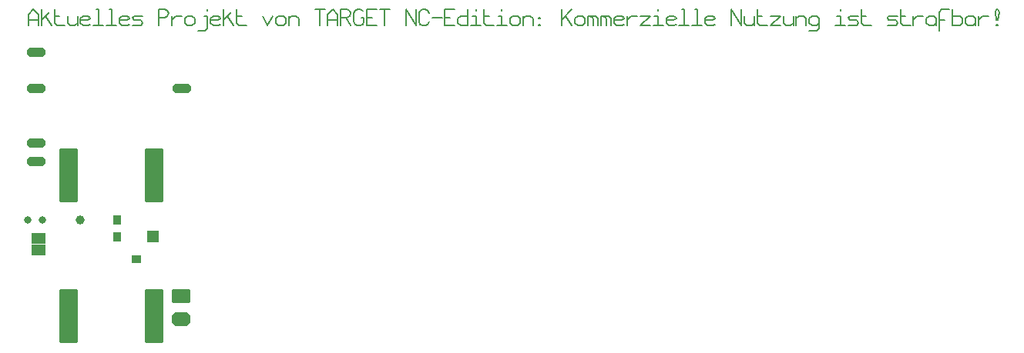
<source format=gbs>
%FSLAX35Y35*%
%MOIN*%
%TF.FileFunction,Soldermask,Bot*%
%ADD10C,0.00591*%
%ADD11C,0.00214*%
%ADD12C,0.00384*%
%ADD13C,0.00409*%
%ADD14C,0.00512*%
%ADD15C,0.00650*%
%ADD16C,0.00768*%
%ADD17C,0.01181*%
%ADD18C,0.01575*%
%ADD19C,0.01969*%
%ADD20C,0.02362*%
%ADD21C,0.03150*%
%ADD22C,0.03937*%
%AMR_23*21,1,0.03200,0.03800,0,0,90.000*%
%ADD23R_23*%
%AMR_24*21,1,0.03200,0.03800,0,0,180.000*%
%ADD24R_24*%
%AMR_25*21,1,0.04409,0.06299,0,0,90.000*%
%ADD25R_25*%
%AMR_26*21,1,0.05000,0.05000,0,0,180.000*%
%ADD26R_26*%
%AMR_27*21,1,0.07874,0.09449,0,0,90.000*%
%ADD27R_27*%
%AMR_28*21,1,0.19685,0.19685,0,0,0.000*%
%ADD28R_28*%
%AMOCT_29*4,1,8,0.031496,0.023622,0.015748,0.039370,-0.015748,0.039370,-0.031496,0.023622,-0.031496,-0.023622,-0.015748,-0.039370,0.015748,-0.039370,0.031496,-0.023622,0.031496,0.023622,270.000*%
%ADD29OCT_29*%
%AMOCT_30*4,1,8,0.039370,0.009843,0.029528,0.019685,-0.029528,0.019685,-0.039370,0.009843,-0.039370,-0.009843,-0.029528,-0.019685,0.029528,-0.019685,0.039370,-0.009843,0.039370,0.009843,0.000*%
%ADD30OCT_30*%
%AMOCT_31*4,1,8,0.039370,0.009843,0.029528,0.019685,-0.029528,0.019685,-0.039370,0.009843,-0.039370,-0.009843,-0.029528,-0.019685,0.029528,-0.019685,0.039370,-0.009843,0.039370,0.009843,90.000*%
%ADD31OCT_31*%
%ADD32O,0.02559X0.04173*%
%AMRR_33*21,1,0.02559,0.03661,0,0,180.000*21,1,0.02047,0.04173,0,0,180.000*1,1,0.00512,-0.01024,-0.01831*1,1,0.00512,0.01024,0.01831*1,1,0.00512,-0.01024,0.01831*1,1,0.00512,0.01024,-0.01831*%
%ADD33RR_33*%
%AMRR_34*21,1,0.06299,0.06929,0,0,180.000*21,1,0.05354,0.07874,0,0,180.000*1,1,0.00945,-0.02677,-0.03465*1,1,0.00945,0.02677,0.03465*1,1,0.00945,-0.02677,0.03465*1,1,0.00945,0.02677,-0.03465*%
%ADD34RR_34*%
%AMRR_35*21,1,0.06299,0.06614,0,0,270.000*21,1,0.05039,0.07874,0,0,270.000*1,1,0.01260,0.03307,-0.02520*1,1,0.01260,-0.03307,0.02520*1,1,0.01260,-0.03307,-0.02520*1,1,0.01260,0.03307,0.02520*%
%ADD35RR_35*%
%AMRR_36*21,1,0.23622,0.06457,0,0,90.000*21,1,0.22205,0.07874,0,0,90.000*1,1,0.01417,-0.03228,0.11102*1,1,0.01417,0.03228,-0.11102*1,1,0.01417,0.03228,0.11102*1,1,0.01417,-0.03228,-0.11102*%
%ADD36RR_36*%
G54D15*
X3937Y144749D02*
X3937Y149473D01*
X3937Y147111D02*
X8267Y147111D01*
X8267Y149473D02*
X8267Y144749D01*
X3937Y149473D02*
X6102Y151835D01*
X8267Y149473D01*
X9566Y151835D02*
X9566Y144749D01*
X9566Y147111D02*
X12814Y150654D01*
X11190Y148882D02*
X13897Y144749D01*
X15196Y151835D02*
X15196Y145930D01*
X16279Y144749D01*
X19527Y144749D01*
X15196Y148882D02*
X17362Y148882D01*
X20826Y148882D02*
X20826Y145930D01*
X21909Y144749D01*
X24074Y144749D01*
X25157Y145930D01*
X25157Y148882D02*
X25157Y144749D01*
X30787Y145339D02*
X29704Y144749D01*
X27539Y144749D01*
X26456Y145930D01*
X26456Y147701D01*
X27539Y148882D01*
X29704Y148882D01*
X30787Y148292D01*
X30787Y147701D01*
X29704Y147111D01*
X26456Y147111D01*
X32086Y144749D02*
X36417Y144749D01*
X33169Y151835D02*
X34251Y151835D01*
X34251Y144749D01*
X37716Y144749D02*
X42047Y144749D01*
X38799Y151835D02*
X39881Y151835D01*
X39881Y144749D01*
X47677Y145339D02*
X46594Y144749D01*
X44429Y144749D01*
X43346Y145930D01*
X43346Y147701D01*
X44429Y148882D01*
X46594Y148882D01*
X47677Y148292D01*
X47677Y147701D01*
X46594Y147111D01*
X43346Y147111D01*
X48976Y144749D02*
X52765Y144749D01*
X53307Y145930D01*
X52765Y147111D01*
X49517Y147111D01*
X48976Y148292D01*
X49517Y148882D01*
X53307Y148882D01*
X60236Y151835D02*
X60236Y144749D01*
X60236Y148292D02*
X62942Y148292D01*
X64025Y148882D01*
X64566Y150063D01*
X64025Y151245D01*
X62942Y151835D01*
X60236Y151835D01*
X65866Y148882D02*
X65866Y144749D01*
X65866Y147111D02*
X67490Y148882D01*
X70196Y148882D01*
X71496Y147701D02*
X71496Y145930D01*
X71496Y147701D02*
X72578Y148882D01*
X74744Y148882D01*
X75826Y147701D01*
X75826Y145930D01*
X74744Y144749D01*
X72578Y144749D01*
X71496Y145930D01*
X77125Y142386D02*
X80374Y142386D01*
X81456Y143567D01*
X81456Y148882D01*
X79832Y148882D01*
X81456Y151835D02*
X81456Y151245D01*
X87086Y145339D02*
X86003Y144749D01*
X83838Y144749D01*
X82755Y145930D01*
X82755Y147701D01*
X83838Y148882D01*
X86003Y148882D01*
X87086Y148292D01*
X87086Y147701D01*
X86003Y147111D01*
X82755Y147111D01*
X88385Y151835D02*
X88385Y144749D01*
X88385Y147111D02*
X91633Y150654D01*
X90009Y148882D02*
X92716Y144749D01*
X94015Y151835D02*
X94015Y145930D01*
X95098Y144749D01*
X98346Y144749D01*
X94015Y148882D02*
X96181Y148882D01*
X105275Y148882D02*
X107440Y144749D01*
X109606Y148882D01*
X110905Y147701D02*
X110905Y145930D01*
X110905Y147701D02*
X111988Y148882D01*
X114153Y148882D01*
X115236Y147701D01*
X115236Y145930D01*
X114153Y144749D01*
X111988Y144749D01*
X110905Y145930D01*
X116535Y144749D02*
X116535Y148882D01*
X116535Y147701D02*
X117618Y148882D01*
X119783Y148882D01*
X120866Y147701D01*
X120866Y144749D01*
X127795Y151835D02*
X132125Y151835D01*
X129960Y151835D02*
X129960Y144749D01*
X133425Y144749D02*
X133425Y149473D01*
X133425Y147111D02*
X137755Y147111D01*
X137755Y149473D02*
X137755Y144749D01*
X133425Y149473D02*
X135590Y151835D01*
X137755Y149473D01*
X139055Y151835D02*
X139055Y144749D01*
X139055Y148292D02*
X141761Y148292D01*
X142844Y148882D01*
X143385Y150063D01*
X142844Y151245D01*
X141761Y151835D01*
X139055Y151835D01*
X141220Y148292D02*
X143385Y144749D01*
X146309Y151835D02*
X145226Y151245D01*
X144685Y150063D01*
X144685Y146520D01*
X145226Y145339D01*
X146309Y144749D01*
X147391Y144749D01*
X148474Y145339D01*
X149015Y146520D01*
X149015Y148292D01*
X147933Y148292D01*
X146309Y151835D02*
X147391Y151835D01*
X148474Y151245D01*
X150314Y151835D02*
X150314Y144749D01*
X154645Y144749D01*
X150314Y148292D02*
X152480Y148292D01*
X150314Y151835D02*
X154645Y151835D01*
X155944Y151835D02*
X160275Y151835D01*
X158110Y151835D02*
X158110Y144749D01*
X167204Y144749D02*
X167204Y151835D01*
X171535Y144749D01*
X171535Y151835D01*
X175541Y144749D02*
X176624Y145339D01*
X177165Y146520D01*
X175541Y144749D02*
X174458Y144749D01*
X173375Y145339D01*
X172834Y146520D01*
X172834Y150063D01*
X173375Y151245D01*
X174458Y151835D01*
X175541Y151835D01*
X176624Y151245D01*
X177165Y150063D01*
X178464Y148292D02*
X182795Y148292D01*
X184094Y151835D02*
X184094Y144749D01*
X188425Y144749D01*
X184094Y148292D02*
X186259Y148292D01*
X184094Y151835D02*
X188425Y151835D01*
X194055Y151835D02*
X194055Y144749D01*
X190807Y144749D01*
X189724Y145930D01*
X189724Y147701D01*
X190807Y148882D01*
X194055Y148882D01*
X195354Y144749D02*
X199685Y144749D01*
X197519Y144749D02*
X197519Y148882D01*
X197519Y151835D02*
X197519Y151245D01*
X195895Y148882D02*
X197519Y148882D01*
X200984Y151835D02*
X200984Y145930D01*
X202066Y144749D01*
X205314Y144749D01*
X200984Y148882D02*
X203149Y148882D01*
X206614Y144749D02*
X210944Y144749D01*
X208779Y144749D02*
X208779Y148882D01*
X208779Y151835D02*
X208779Y151245D01*
X207155Y148882D02*
X208779Y148882D01*
X212244Y147701D02*
X212244Y145930D01*
X212244Y147701D02*
X213326Y148882D01*
X215492Y148882D01*
X216574Y147701D01*
X216574Y145930D01*
X215492Y144749D01*
X213326Y144749D01*
X212244Y145930D01*
X217874Y144749D02*
X217874Y148882D01*
X217874Y147701D02*
X218956Y148882D01*
X221122Y148882D01*
X222204Y147701D01*
X222204Y144749D01*
X224586Y145339D02*
X224586Y144749D01*
X225127Y144749D01*
X225127Y145339D01*
X224586Y145339D01*
X225127Y148292D02*
X224586Y148292D01*
X224586Y147701D01*
X225127Y147701D01*
X225127Y148292D01*
X234763Y151835D02*
X234763Y144749D01*
X234763Y147111D02*
X239094Y151835D01*
X236387Y148882D02*
X239094Y144749D01*
X240393Y147701D02*
X240393Y145930D01*
X240393Y147701D02*
X241476Y148882D01*
X243641Y148882D01*
X244724Y147701D01*
X244724Y145930D01*
X243641Y144749D01*
X241476Y144749D01*
X240393Y145930D01*
X250354Y144749D02*
X250354Y147701D01*
X249271Y148882D01*
X248188Y144749D02*
X248188Y147701D01*
X246023Y148882D02*
X249271Y148882D01*
X246023Y144749D02*
X246023Y148882D01*
X248188Y147701D02*
X247106Y148882D01*
X255984Y144749D02*
X255984Y147701D01*
X254901Y148882D01*
X253818Y144749D02*
X253818Y147701D01*
X251653Y148882D02*
X254901Y148882D01*
X251653Y144749D02*
X251653Y148882D01*
X253818Y147701D02*
X252736Y148882D01*
X261614Y145339D02*
X260531Y144749D01*
X258366Y144749D01*
X257283Y145930D01*
X257283Y147701D01*
X258366Y148882D01*
X260531Y148882D01*
X261614Y148292D01*
X261614Y147701D01*
X260531Y147111D01*
X257283Y147111D01*
X262913Y148882D02*
X262913Y144749D01*
X262913Y147111D02*
X264537Y148882D01*
X267244Y148882D01*
X268543Y148882D02*
X272874Y148882D01*
X268543Y144749D01*
X272874Y144749D01*
X274173Y144749D02*
X278503Y144749D01*
X276338Y144749D02*
X276338Y148882D01*
X276338Y151835D02*
X276338Y151245D01*
X274714Y148882D02*
X276338Y148882D01*
X284133Y145339D02*
X283051Y144749D01*
X280885Y144749D01*
X279803Y145930D01*
X279803Y147701D01*
X280885Y148882D01*
X283051Y148882D01*
X284133Y148292D01*
X284133Y147701D01*
X283051Y147111D01*
X279803Y147111D01*
X285433Y144749D02*
X289763Y144749D01*
X286515Y151835D02*
X287598Y151835D01*
X287598Y144749D01*
X291062Y144749D02*
X295393Y144749D01*
X292145Y151835D02*
X293228Y151835D01*
X293228Y144749D01*
X301023Y145339D02*
X299940Y144749D01*
X297775Y144749D01*
X296692Y145930D01*
X296692Y147701D01*
X297775Y148882D01*
X299940Y148882D01*
X301023Y148292D01*
X301023Y147701D01*
X299940Y147111D01*
X296692Y147111D01*
X307952Y144749D02*
X307952Y151835D01*
X312283Y144749D01*
X312283Y151835D01*
X313582Y148882D02*
X313582Y145930D01*
X314665Y144749D01*
X316830Y144749D01*
X317913Y145930D01*
X317913Y148882D02*
X317913Y144749D01*
X319212Y151835D02*
X319212Y145930D01*
X320295Y144749D01*
X323543Y144749D01*
X319212Y148882D02*
X321377Y148882D01*
X324842Y148882D02*
X329173Y148882D01*
X324842Y144749D01*
X329173Y144749D01*
X330472Y148882D02*
X330472Y145930D01*
X331555Y144749D01*
X333720Y144749D01*
X334803Y145930D01*
X334803Y148882D02*
X334803Y144749D01*
X336102Y144749D02*
X336102Y148882D01*
X336102Y147701D02*
X337185Y148882D01*
X339350Y148882D01*
X340433Y147701D01*
X340433Y144749D01*
X346062Y145930D02*
X344980Y144749D01*
X342814Y144749D01*
X341732Y145930D01*
X341732Y147701D01*
X342814Y148882D01*
X344980Y148882D01*
X346062Y147701D01*
X346062Y143567D01*
X344980Y142386D01*
X341732Y142386D01*
X352992Y144749D02*
X357322Y144749D01*
X355157Y144749D02*
X355157Y148882D01*
X355157Y151835D02*
X355157Y151245D01*
X353533Y148882D02*
X355157Y148882D01*
X358622Y144749D02*
X362411Y144749D01*
X362952Y145930D01*
X362411Y147111D01*
X359163Y147111D01*
X358622Y148292D01*
X359163Y148882D01*
X362952Y148882D01*
X364251Y151835D02*
X364251Y145930D01*
X365334Y144749D01*
X368582Y144749D01*
X364251Y148882D02*
X366417Y148882D01*
X375511Y144749D02*
X379301Y144749D01*
X379842Y145930D01*
X379301Y147111D01*
X376053Y147111D01*
X375511Y148292D01*
X376053Y148882D01*
X379842Y148882D01*
X381141Y151835D02*
X381141Y145930D01*
X382224Y144749D01*
X385472Y144749D01*
X381141Y148882D02*
X383307Y148882D01*
X386771Y148882D02*
X386771Y144749D01*
X386771Y147111D02*
X388395Y148882D01*
X391102Y148882D01*
X392401Y145930D02*
X393484Y144749D01*
X395649Y144749D01*
X396732Y145930D01*
X392401Y145930D02*
X392401Y147701D01*
X393484Y148882D01*
X395649Y148882D01*
X396732Y147701D01*
X396732Y144749D01*
X398031Y142386D02*
X398031Y150654D01*
X399114Y151835D01*
X402362Y151835D01*
X398031Y147111D02*
X400196Y147111D01*
X403661Y151835D02*
X403661Y144749D01*
X406909Y144749D01*
X407992Y145930D01*
X407992Y147701D01*
X406909Y148882D01*
X403661Y148882D01*
X409291Y145930D02*
X410374Y144749D01*
X412539Y144749D01*
X413622Y145930D01*
X409291Y145930D02*
X409291Y147701D01*
X410374Y148882D01*
X412539Y148882D01*
X413622Y147701D01*
X413622Y144749D01*
X414921Y148882D02*
X414921Y144749D01*
X414921Y147111D02*
X416545Y148882D01*
X419251Y148882D01*
X422716Y144749D02*
X422716Y145339D01*
X423257Y145339D01*
X423257Y144749D01*
X422716Y144749D01*
X422716Y147111D02*
X423257Y147111D01*
X423799Y150654D01*
X423257Y151835D01*
X422716Y151835D01*
X422175Y150654D01*
X422716Y147111D01*
G54D21*
X10000Y60625D03*
X3750Y60625D03*
G54D22*
X26250Y60625D03*
G54D23*
X50625Y43425D03*
G54D24*
X42175Y53125D03*
X42175Y60625D03*
G54D25*
X8125Y47500D03*
X8125Y52500D03*
G54D26*
X57950Y53125D03*
G54D29*
X70000Y17500D03*
G54D30*
X7253Y133248D03*
X7253Y117500D03*
X7253Y93877D03*
X7253Y86003D03*
X70246Y117500D03*
G54D35*
X70000Y27500D03*
G54D36*
X58257Y18750D03*
X21250Y18750D03*
X21250Y79773D03*
X58257Y79773D03*
M02*

</source>
